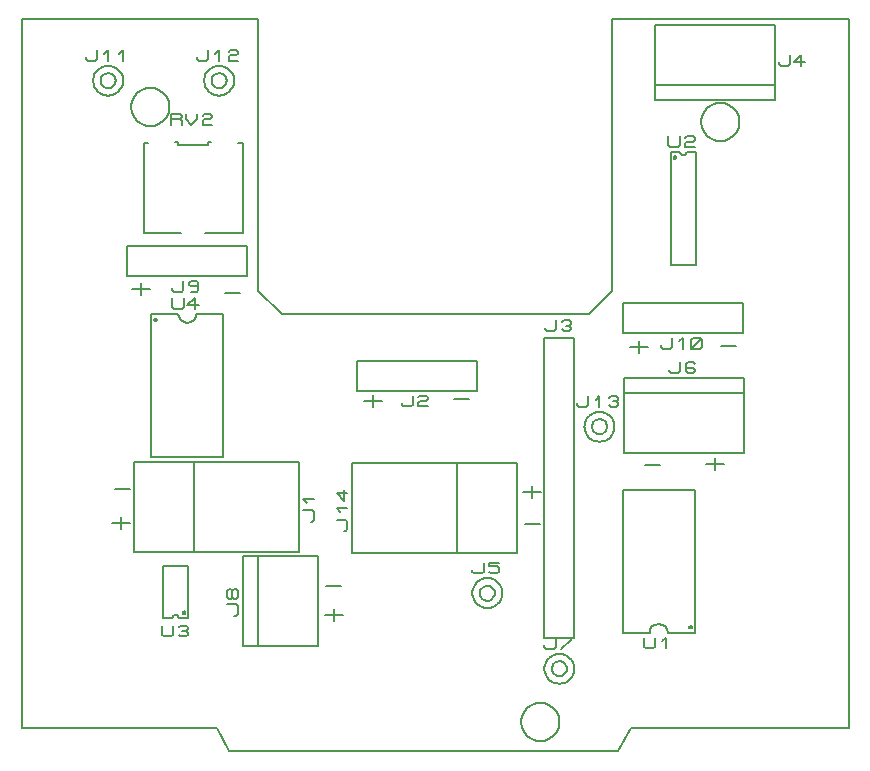
<source format=gbr>
G04 PROTEUS GERBER X2 FILE*
%TF.GenerationSoftware,Labcenter,Proteus,8.12-SP2-Build31155*%
%TF.CreationDate,2024-12-01T22:34:02+00:00*%
%TF.FileFunction,Legend,Top*%
%TF.FilePolarity,Positive*%
%TF.Part,Single*%
%TF.SameCoordinates,{8af06a29-b4e8-4d9f-b474-ceea615e185d}*%
%FSLAX45Y45*%
%MOMM*%
G01*
%TA.AperFunction,Profile*%
%ADD71C,0.203200*%
%TA.AperFunction,Material*%
%ADD23C,0.203200*%
%TD.AperFunction*%
D71*
X+0Y+0D02*
X+1650000Y+0D01*
X+7000000Y+0D02*
X+7000000Y+6000000D01*
X+5000000Y+6000000D01*
X+5000000Y+3700000D01*
X+4800000Y+3500000D01*
X+2200000Y+3500000D01*
X+2000000Y+3700000D02*
X+2000000Y+6000000D01*
X+0Y+6000000D01*
X+0Y+0D01*
X+2000000Y+3700000D02*
X+2200000Y+3500000D01*
X+5160000Y+0D02*
X+7000000Y+0D01*
X+1750000Y-200000D02*
X+5050000Y-200000D01*
X+1650000Y+0D02*
X+1750000Y-200000D01*
X+5160000Y+0D02*
X+5050000Y-200000D01*
X+4550045Y+50000D02*
X+4549508Y+63142D01*
X+4545144Y+89427D01*
X+4536029Y+115712D01*
X+4521182Y+141997D01*
X+4498470Y+168118D01*
X+4472185Y+187898D01*
X+4445900Y+200658D01*
X+4419615Y+208108D01*
X+4393330Y+210987D01*
X+4389000Y+211045D01*
X+4227955Y+50000D02*
X+4228492Y+63142D01*
X+4232856Y+89427D01*
X+4241971Y+115712D01*
X+4256818Y+141997D01*
X+4279530Y+168118D01*
X+4305815Y+187898D01*
X+4332100Y+200658D01*
X+4358385Y+208108D01*
X+4384670Y+210987D01*
X+4389000Y+211045D01*
X+4227955Y+50000D02*
X+4228492Y+36858D01*
X+4232856Y+10573D01*
X+4241971Y-15712D01*
X+4256818Y-41997D01*
X+4279530Y-68118D01*
X+4305815Y-87898D01*
X+4332100Y-100658D01*
X+4358385Y-108108D01*
X+4384670Y-110987D01*
X+4389000Y-111045D01*
X+4550045Y+50000D02*
X+4549508Y+36858D01*
X+4545144Y+10573D01*
X+4536029Y-15712D01*
X+4521182Y-41997D01*
X+4498470Y-68118D01*
X+4472185Y-87898D01*
X+4445900Y-100658D01*
X+4419615Y-108108D01*
X+4393330Y-110987D01*
X+4389000Y-111045D01*
X+6074045Y+5130000D02*
X+6073508Y+5143142D01*
X+6069144Y+5169427D01*
X+6060029Y+5195712D01*
X+6045182Y+5221997D01*
X+6022470Y+5248118D01*
X+5996185Y+5267898D01*
X+5969900Y+5280658D01*
X+5943615Y+5288108D01*
X+5917330Y+5290987D01*
X+5913000Y+5291045D01*
X+5751955Y+5130000D02*
X+5752492Y+5143142D01*
X+5756856Y+5169427D01*
X+5765971Y+5195712D01*
X+5780818Y+5221997D01*
X+5803530Y+5248118D01*
X+5829815Y+5267898D01*
X+5856100Y+5280658D01*
X+5882385Y+5288108D01*
X+5908670Y+5290987D01*
X+5913000Y+5291045D01*
X+5751955Y+5130000D02*
X+5752492Y+5116858D01*
X+5756856Y+5090573D01*
X+5765971Y+5064288D01*
X+5780818Y+5038003D01*
X+5803530Y+5011882D01*
X+5829815Y+4992102D01*
X+5856100Y+4979342D01*
X+5882385Y+4971892D01*
X+5908670Y+4969013D01*
X+5913000Y+4968955D01*
X+6074045Y+5130000D02*
X+6073508Y+5116858D01*
X+6069144Y+5090573D01*
X+6060029Y+5064288D01*
X+6045182Y+5038003D01*
X+6022470Y+5011882D01*
X+5996185Y+4992102D01*
X+5969900Y+4979342D01*
X+5943615Y+4971892D01*
X+5917330Y+4969013D01*
X+5913000Y+4968955D01*
X+1248045Y+5257000D02*
X+1247508Y+5270142D01*
X+1243144Y+5296427D01*
X+1234029Y+5322712D01*
X+1219182Y+5348997D01*
X+1196470Y+5375118D01*
X+1170185Y+5394898D01*
X+1143900Y+5407658D01*
X+1117615Y+5415108D01*
X+1091330Y+5417987D01*
X+1087000Y+5418045D01*
X+925955Y+5257000D02*
X+926492Y+5270142D01*
X+930856Y+5296427D01*
X+939971Y+5322712D01*
X+954818Y+5348997D01*
X+977530Y+5375118D01*
X+1003815Y+5394898D01*
X+1030100Y+5407658D01*
X+1056385Y+5415108D01*
X+1082670Y+5417987D01*
X+1087000Y+5418045D01*
X+925955Y+5257000D02*
X+926492Y+5243858D01*
X+930856Y+5217573D01*
X+939971Y+5191288D01*
X+954818Y+5165003D01*
X+977530Y+5138882D01*
X+1003815Y+5119102D01*
X+1030100Y+5106342D01*
X+1056385Y+5098892D01*
X+1082670Y+5096013D01*
X+1087000Y+5095955D01*
X+1248045Y+5257000D02*
X+1247508Y+5243858D01*
X+1243144Y+5217573D01*
X+1234029Y+5191288D01*
X+1219182Y+5165003D01*
X+1196470Y+5138882D01*
X+1170185Y+5119102D01*
X+1143900Y+5106342D01*
X+1117615Y+5098892D01*
X+1091330Y+5096013D01*
X+1087000Y+5095955D01*
D23*
X+5696219Y+804061D02*
X+5467619Y+804061D01*
X+5461740Y+834050D01*
X+5445592Y+858235D01*
X+5421408Y+874382D01*
X+5391419Y+880261D01*
X+5315219Y+804061D02*
X+5321098Y+834050D01*
X+5337246Y+858235D01*
X+5361430Y+874382D01*
X+5391419Y+880261D01*
X+5315219Y+804061D02*
X+5086619Y+804061D01*
X+5620019Y+2013101D02*
X+5162819Y+2013101D01*
X+5696219Y+837081D02*
X+5696219Y+1980081D01*
X+5086619Y+837081D02*
X+5086619Y+1980081D01*
X+5696219Y+837081D02*
X+5696219Y+804061D01*
X+5086619Y+804061D02*
X+5086619Y+837081D01*
X+5162819Y+2013101D02*
X+5086619Y+2013101D01*
X+5086619Y+1980081D01*
X+5696219Y+1980081D02*
X+5696219Y+2013101D01*
X+5620019Y+2013101D01*
X+5670819Y+853337D02*
X+5670784Y+854182D01*
X+5670497Y+855873D01*
X+5669898Y+857564D01*
X+5668918Y+859255D01*
X+5667418Y+860923D01*
X+5665727Y+862143D01*
X+5664036Y+862919D01*
X+5662345Y+863356D01*
X+5660659Y+863497D01*
X+5650499Y+853337D02*
X+5650534Y+854182D01*
X+5650821Y+855873D01*
X+5651420Y+857564D01*
X+5652400Y+859255D01*
X+5653900Y+860923D01*
X+5655591Y+862143D01*
X+5657282Y+862919D01*
X+5658973Y+863356D01*
X+5660659Y+863497D01*
X+5650499Y+853337D02*
X+5650534Y+852492D01*
X+5650821Y+850801D01*
X+5651420Y+849110D01*
X+5652400Y+847419D01*
X+5653900Y+845751D01*
X+5655591Y+844531D01*
X+5657282Y+843755D01*
X+5658973Y+843318D01*
X+5660659Y+843177D01*
X+5670819Y+853337D02*
X+5670784Y+852492D01*
X+5670497Y+850801D01*
X+5669898Y+849110D01*
X+5668918Y+847419D01*
X+5667418Y+845751D01*
X+5665727Y+844531D01*
X+5664036Y+843755D01*
X+5662345Y+843318D01*
X+5660659Y+843177D01*
X+5264419Y+763421D02*
X+5264419Y+687221D01*
X+5280294Y+671981D01*
X+5343794Y+671981D01*
X+5359669Y+687221D01*
X+5359669Y+763421D01*
X+5423169Y+732941D02*
X+5454919Y+763421D01*
X+5454919Y+671981D01*
X+4423000Y+763000D02*
X+4677000Y+763000D01*
X+4677000Y+3303000D01*
X+4423000Y+3303000D01*
X+4423000Y+763000D01*
X+4429640Y+3387760D02*
X+4429640Y+3372520D01*
X+4445515Y+3357280D01*
X+4509015Y+3357280D01*
X+4524890Y+3372520D01*
X+4524890Y+3448720D01*
X+4572515Y+3433480D02*
X+4588390Y+3448720D01*
X+4636015Y+3448720D01*
X+4651890Y+3433480D01*
X+4651890Y+3418240D01*
X+4636015Y+3403000D01*
X+4651890Y+3387760D01*
X+4651890Y+3372520D01*
X+4636015Y+3357280D01*
X+4588390Y+3357280D01*
X+4572515Y+3372520D01*
X+4604265Y+3403000D02*
X+4636015Y+3403000D01*
X+946000Y+1492000D02*
X+2343000Y+1492000D01*
X+2343000Y+2254000D01*
X+946000Y+2254000D01*
X+946000Y+1492000D01*
X+1454000Y+2254000D02*
X+1454000Y+1492000D01*
X+2444600Y+1746000D02*
X+2459840Y+1746000D01*
X+2475080Y+1761875D01*
X+2475080Y+1825375D01*
X+2459840Y+1841250D01*
X+2383640Y+1841250D01*
X+2414120Y+1904750D02*
X+2383640Y+1936500D01*
X+2475080Y+1936500D01*
X+2797000Y+1476000D02*
X+4194000Y+1476000D01*
X+4194000Y+2238000D01*
X+2797000Y+2238000D01*
X+2797000Y+1476000D01*
X+3686000Y+1476000D02*
X+3686000Y+2238000D01*
X+2725880Y+1666500D02*
X+2741120Y+1666500D01*
X+2756360Y+1682375D01*
X+2756360Y+1745875D01*
X+2741120Y+1761750D01*
X+2664920Y+1761750D01*
X+2695400Y+1825250D02*
X+2664920Y+1857000D01*
X+2756360Y+1857000D01*
X+2725880Y+2015750D02*
X+2725880Y+1920500D01*
X+2664920Y+1984000D01*
X+2756360Y+1984000D01*
X+1407950Y+926480D02*
X+1326988Y+926480D01*
X+1324906Y+937101D01*
X+1319186Y+945667D01*
X+1310621Y+951386D01*
X+1300000Y+953468D01*
X+1273012Y+926480D02*
X+1275094Y+937101D01*
X+1280814Y+945667D01*
X+1289379Y+951386D01*
X+1300000Y+953468D01*
X+1273012Y+926480D02*
X+1192050Y+926480D01*
X+1331750Y+1373520D02*
X+1268250Y+1373520D01*
X+1407950Y+959500D02*
X+1407950Y+1340500D01*
X+1192050Y+959500D02*
X+1192050Y+1340500D01*
X+1407950Y+959500D02*
X+1407950Y+926480D01*
X+1192050Y+926480D02*
X+1192050Y+959500D01*
X+1268250Y+1373520D02*
X+1192050Y+1373520D01*
X+1192050Y+1340500D01*
X+1407950Y+1340500D02*
X+1407950Y+1373520D01*
X+1331750Y+1373520D01*
X+1382550Y+975756D02*
X+1382515Y+976601D01*
X+1382228Y+978292D01*
X+1381629Y+979983D01*
X+1380649Y+981674D01*
X+1379149Y+983342D01*
X+1377458Y+984562D01*
X+1375767Y+985338D01*
X+1374076Y+985775D01*
X+1372390Y+985916D01*
X+1362230Y+975756D02*
X+1362265Y+976601D01*
X+1362552Y+978292D01*
X+1363151Y+979983D01*
X+1364131Y+981674D01*
X+1365631Y+983342D01*
X+1367322Y+984562D01*
X+1369013Y+985338D01*
X+1370704Y+985775D01*
X+1372390Y+985916D01*
X+1362230Y+975756D02*
X+1362265Y+974911D01*
X+1362552Y+973220D01*
X+1363151Y+971529D01*
X+1364131Y+969838D01*
X+1365631Y+968170D01*
X+1367322Y+966950D01*
X+1369013Y+966174D01*
X+1370704Y+965737D01*
X+1372390Y+965596D01*
X+1382550Y+975756D02*
X+1382515Y+974911D01*
X+1382228Y+973220D01*
X+1381629Y+971529D01*
X+1380649Y+969838D01*
X+1379149Y+968170D01*
X+1377458Y+966950D01*
X+1375767Y+966174D01*
X+1374076Y+965737D01*
X+1372390Y+965596D01*
X+1183000Y+865840D02*
X+1183000Y+789640D01*
X+1198875Y+774400D01*
X+1262375Y+774400D01*
X+1278250Y+789640D01*
X+1278250Y+865840D01*
X+1325875Y+850600D02*
X+1341750Y+865840D01*
X+1389375Y+865840D01*
X+1405250Y+850600D01*
X+1405250Y+835360D01*
X+1389375Y+820120D01*
X+1405250Y+804880D01*
X+1405250Y+789640D01*
X+1389375Y+774400D01*
X+1341750Y+774400D01*
X+1325875Y+789640D01*
X+1357625Y+820120D02*
X+1389375Y+820120D01*
X+1869000Y+696000D02*
X+2504000Y+696000D01*
X+2504000Y+1458000D01*
X+1869000Y+1458000D01*
X+1869000Y+696000D01*
X+1996000Y+696000D02*
X+1996000Y+1458000D01*
X+1797880Y+950000D02*
X+1813120Y+950000D01*
X+1828360Y+965875D01*
X+1828360Y+1029375D01*
X+1813120Y+1045250D01*
X+1736920Y+1045250D01*
X+1782640Y+1108750D02*
X+1767400Y+1092875D01*
X+1752160Y+1092875D01*
X+1736920Y+1108750D01*
X+1736920Y+1156375D01*
X+1752160Y+1172250D01*
X+1767400Y+1172250D01*
X+1782640Y+1156375D01*
X+1782640Y+1108750D01*
X+1797880Y+1092875D01*
X+1813120Y+1092875D01*
X+1828360Y+1108750D01*
X+1828360Y+1156375D01*
X+1813120Y+1172250D01*
X+1797880Y+1172250D01*
X+1782640Y+1156375D01*
X+1831000Y+4951000D02*
X+1869100Y+4951000D01*
X+1869100Y+4189000D01*
X+1551600Y+4189000D01*
X+1348400Y+4189000D02*
X+1030900Y+4189000D01*
X+1030900Y+4951000D01*
X+1069000Y+4951000D01*
X+1602400Y+4963700D02*
X+1577000Y+4963700D01*
X+1577000Y+4938300D01*
X+1323000Y+4938300D01*
X+1323000Y+4963700D01*
X+1297600Y+4963700D01*
X+1259500Y+5106920D02*
X+1259500Y+5198360D01*
X+1338875Y+5198360D01*
X+1354750Y+5183120D01*
X+1354750Y+5167880D01*
X+1338875Y+5152640D01*
X+1259500Y+5152640D01*
X+1338875Y+5152640D02*
X+1354750Y+5137400D01*
X+1354750Y+5106920D01*
X+1386500Y+5198360D02*
X+1386500Y+5152640D01*
X+1434125Y+5106920D01*
X+1481750Y+5152640D01*
X+1481750Y+5198360D01*
X+1529375Y+5183120D02*
X+1545250Y+5198360D01*
X+1592875Y+5198360D01*
X+1608750Y+5183120D01*
X+1608750Y+5167880D01*
X+1592875Y+5152640D01*
X+1545250Y+5152640D01*
X+1529375Y+5137400D01*
X+1529375Y+5106920D01*
X+1608750Y+5106920D01*
X+1095200Y+3504520D02*
X+1323800Y+3504520D01*
X+1329679Y+3474531D01*
X+1345827Y+3450346D01*
X+1370011Y+3434199D01*
X+1400000Y+3428320D01*
X+1476200Y+3504520D02*
X+1470321Y+3474531D01*
X+1454173Y+3450346D01*
X+1429989Y+3434199D01*
X+1400000Y+3428320D01*
X+1476200Y+3504520D02*
X+1704800Y+3504520D01*
X+1171400Y+2295480D02*
X+1628600Y+2295480D01*
X+1095200Y+3471500D02*
X+1095200Y+2328500D01*
X+1704800Y+3471500D02*
X+1704800Y+2328500D01*
X+1095200Y+3471500D02*
X+1095200Y+3504520D01*
X+1704800Y+3504520D02*
X+1704800Y+3471500D01*
X+1628600Y+2295480D02*
X+1704800Y+2295480D01*
X+1704800Y+2328500D01*
X+1095200Y+2328500D02*
X+1095200Y+2295480D01*
X+1171400Y+2295480D01*
X+1140920Y+3455244D02*
X+1140885Y+3456089D01*
X+1140598Y+3457780D01*
X+1139999Y+3459471D01*
X+1139019Y+3461162D01*
X+1137519Y+3462830D01*
X+1135828Y+3464050D01*
X+1134137Y+3464826D01*
X+1132446Y+3465263D01*
X+1130760Y+3465404D01*
X+1120600Y+3455244D02*
X+1120635Y+3456089D01*
X+1120922Y+3457780D01*
X+1121521Y+3459471D01*
X+1122501Y+3461162D01*
X+1124001Y+3462830D01*
X+1125692Y+3464050D01*
X+1127383Y+3464826D01*
X+1129074Y+3465263D01*
X+1130760Y+3465404D01*
X+1120600Y+3455244D02*
X+1120635Y+3454399D01*
X+1120922Y+3452708D01*
X+1121521Y+3451017D01*
X+1122501Y+3449326D01*
X+1124001Y+3447658D01*
X+1125692Y+3446438D01*
X+1127383Y+3445662D01*
X+1129074Y+3445225D01*
X+1130760Y+3445084D01*
X+1140920Y+3455244D02*
X+1140885Y+3454399D01*
X+1140598Y+3452708D01*
X+1139999Y+3451017D01*
X+1139019Y+3449326D01*
X+1137519Y+3447658D01*
X+1135828Y+3446438D01*
X+1134137Y+3445662D01*
X+1132446Y+3445225D01*
X+1130760Y+3445084D01*
X+1273000Y+3636600D02*
X+1273000Y+3560400D01*
X+1288875Y+3545160D01*
X+1352375Y+3545160D01*
X+1368250Y+3560400D01*
X+1368250Y+3636600D01*
X+1495250Y+3575640D02*
X+1400000Y+3575640D01*
X+1463500Y+3636600D01*
X+1463500Y+3545160D01*
X+5492050Y+4877520D02*
X+5573012Y+4877520D01*
X+5575094Y+4866899D01*
X+5580814Y+4858333D01*
X+5589379Y+4852614D01*
X+5600000Y+4850532D01*
X+5626988Y+4877520D02*
X+5624906Y+4866899D01*
X+5619186Y+4858333D01*
X+5610621Y+4852614D01*
X+5600000Y+4850532D01*
X+5626988Y+4877520D02*
X+5707950Y+4877520D01*
X+5568250Y+3922480D02*
X+5631750Y+3922480D01*
X+5492050Y+4844500D02*
X+5492050Y+3955500D01*
X+5707950Y+4844500D02*
X+5707950Y+3955500D01*
X+5492050Y+4844500D02*
X+5492050Y+4877520D01*
X+5707950Y+4877520D02*
X+5707950Y+4844500D01*
X+5631750Y+3922480D02*
X+5707950Y+3922480D01*
X+5707950Y+3955500D01*
X+5492050Y+3955500D02*
X+5492050Y+3922480D01*
X+5568250Y+3922480D01*
X+5537770Y+4828244D02*
X+5537735Y+4829089D01*
X+5537448Y+4830780D01*
X+5536849Y+4832471D01*
X+5535869Y+4834162D01*
X+5534369Y+4835830D01*
X+5532678Y+4837050D01*
X+5530987Y+4837826D01*
X+5529296Y+4838263D01*
X+5527610Y+4838404D01*
X+5517450Y+4828244D02*
X+5517485Y+4829089D01*
X+5517772Y+4830780D01*
X+5518371Y+4832471D01*
X+5519351Y+4834162D01*
X+5520851Y+4835830D01*
X+5522542Y+4837050D01*
X+5524233Y+4837826D01*
X+5525924Y+4838263D01*
X+5527610Y+4838404D01*
X+5517450Y+4828244D02*
X+5517485Y+4827399D01*
X+5517772Y+4825708D01*
X+5518371Y+4824017D01*
X+5519351Y+4822326D01*
X+5520851Y+4820658D01*
X+5522542Y+4819438D01*
X+5524233Y+4818662D01*
X+5525924Y+4818225D01*
X+5527610Y+4818084D01*
X+5537770Y+4828244D02*
X+5537735Y+4827399D01*
X+5537448Y+4825708D01*
X+5536849Y+4824017D01*
X+5535869Y+4822326D01*
X+5534369Y+4820658D01*
X+5532678Y+4819438D01*
X+5530987Y+4818662D01*
X+5529296Y+4818225D01*
X+5527610Y+4818084D01*
X+5473000Y+5009600D02*
X+5473000Y+4933400D01*
X+5488875Y+4918160D01*
X+5552375Y+4918160D01*
X+5568250Y+4933400D01*
X+5568250Y+5009600D01*
X+5615875Y+4994360D02*
X+5631750Y+5009600D01*
X+5679375Y+5009600D01*
X+5695250Y+4994360D01*
X+5695250Y+4979120D01*
X+5679375Y+4963880D01*
X+5631750Y+4963880D01*
X+5615875Y+4948640D01*
X+5615875Y+4918160D01*
X+5695250Y+4918160D01*
X+2833000Y+2853000D02*
X+3849000Y+2853000D01*
X+3849000Y+3107000D01*
X+2833000Y+3107000D01*
X+2833000Y+2853000D01*
X+3214000Y+2751400D02*
X+3214000Y+2736160D01*
X+3229875Y+2720920D01*
X+3293375Y+2720920D01*
X+3309250Y+2736160D01*
X+3309250Y+2812360D01*
X+3356875Y+2797120D02*
X+3372750Y+2812360D01*
X+3420375Y+2812360D01*
X+3436250Y+2797120D01*
X+3436250Y+2781880D01*
X+3420375Y+2766640D01*
X+3372750Y+2766640D01*
X+3356875Y+2751400D01*
X+3356875Y+2720920D01*
X+3436250Y+2720920D01*
X+891000Y+3823000D02*
X+1907000Y+3823000D01*
X+1907000Y+4077000D01*
X+891000Y+4077000D01*
X+891000Y+3823000D01*
X+1272000Y+3721400D02*
X+1272000Y+3706160D01*
X+1287875Y+3690920D01*
X+1351375Y+3690920D01*
X+1367250Y+3706160D01*
X+1367250Y+3782360D01*
X+1494250Y+3751880D02*
X+1478375Y+3736640D01*
X+1430750Y+3736640D01*
X+1414875Y+3751880D01*
X+1414875Y+3767120D01*
X+1430750Y+3782360D01*
X+1478375Y+3782360D01*
X+1494250Y+3767120D01*
X+1494250Y+3706160D01*
X+1478375Y+3690920D01*
X+1430750Y+3690920D01*
X+5091000Y+3343000D02*
X+6107000Y+3343000D01*
X+6107000Y+3597000D01*
X+5091000Y+3597000D01*
X+5091000Y+3343000D01*
X+5408500Y+3241400D02*
X+5408500Y+3226160D01*
X+5424375Y+3210920D01*
X+5487875Y+3210920D01*
X+5503750Y+3226160D01*
X+5503750Y+3302360D01*
X+5567250Y+3271880D02*
X+5599000Y+3302360D01*
X+5599000Y+3210920D01*
X+5662500Y+3226160D02*
X+5662500Y+3287120D01*
X+5678375Y+3302360D01*
X+5741875Y+3302360D01*
X+5757750Y+3287120D01*
X+5757750Y+3226160D01*
X+5741875Y+3210920D01*
X+5678375Y+3210920D01*
X+5662500Y+3226160D01*
X+5662500Y+3210920D02*
X+5757750Y+3302360D01*
X+5358000Y+5319000D02*
X+6374000Y+5319000D01*
X+6374000Y+5954000D01*
X+5358000Y+5954000D01*
X+5358000Y+5319000D01*
X+6374000Y+5446000D02*
X+5358000Y+5446000D01*
X+6409000Y+5637400D02*
X+6409000Y+5622160D01*
X+6424875Y+5606920D01*
X+6488375Y+5606920D01*
X+6504250Y+5622160D01*
X+6504250Y+5698360D01*
X+6631250Y+5637400D02*
X+6536000Y+5637400D01*
X+6599500Y+5698360D01*
X+6599500Y+5606920D01*
X+5096000Y+2326000D02*
X+6112000Y+2326000D01*
X+6112000Y+2961000D01*
X+5096000Y+2961000D01*
X+5096000Y+2326000D01*
X+5096000Y+2834000D02*
X+6112000Y+2834000D01*
X+5477000Y+3032120D02*
X+5477000Y+3016880D01*
X+5492875Y+3001640D01*
X+5556375Y+3001640D01*
X+5572250Y+3016880D01*
X+5572250Y+3093080D01*
X+5699250Y+3077840D02*
X+5683375Y+3093080D01*
X+5635750Y+3093080D01*
X+5619875Y+3077840D01*
X+5619875Y+3016880D01*
X+5635750Y+3001640D01*
X+5683375Y+3001640D01*
X+5699250Y+3016880D01*
X+5699250Y+3032120D01*
X+5683375Y+3047360D01*
X+5619875Y+3047360D01*
X+4067000Y+1140000D02*
X+4066573Y+1150409D01*
X+4063101Y+1171228D01*
X+4055845Y+1192047D01*
X+4044017Y+1212866D01*
X+4025920Y+1233524D01*
X+4005101Y+1249045D01*
X+3984282Y+1259030D01*
X+3963463Y+1264814D01*
X+3942644Y+1266972D01*
X+3940000Y+1267000D01*
X+3813000Y+1140000D02*
X+3813427Y+1150409D01*
X+3816899Y+1171228D01*
X+3824155Y+1192047D01*
X+3835983Y+1212866D01*
X+3854080Y+1233524D01*
X+3874899Y+1249045D01*
X+3895718Y+1259030D01*
X+3916537Y+1264814D01*
X+3937356Y+1266972D01*
X+3940000Y+1267000D01*
X+3813000Y+1140000D02*
X+3813427Y+1129591D01*
X+3816899Y+1108772D01*
X+3824155Y+1087953D01*
X+3835983Y+1067134D01*
X+3854080Y+1046476D01*
X+3874899Y+1030955D01*
X+3895718Y+1020970D01*
X+3916537Y+1015186D01*
X+3937356Y+1013028D01*
X+3940000Y+1013000D01*
X+4067000Y+1140000D02*
X+4066573Y+1129591D01*
X+4063101Y+1108772D01*
X+4055845Y+1087953D01*
X+4044017Y+1067134D01*
X+4025920Y+1046476D01*
X+4005101Y+1030955D01*
X+3984282Y+1020970D01*
X+3963463Y+1015186D01*
X+3942644Y+1013028D01*
X+3940000Y+1013000D01*
X+4003500Y+1140000D02*
X+4003283Y+1145247D01*
X+4001518Y+1155742D01*
X+3997826Y+1166237D01*
X+3991798Y+1176732D01*
X+3982576Y+1187112D01*
X+3972081Y+1194800D01*
X+3961586Y+1199718D01*
X+3951091Y+1202524D01*
X+3940596Y+1203497D01*
X+3940000Y+1203500D01*
X+3876500Y+1140000D02*
X+3876717Y+1145247D01*
X+3878482Y+1155742D01*
X+3882174Y+1166237D01*
X+3888202Y+1176732D01*
X+3897424Y+1187112D01*
X+3907919Y+1194800D01*
X+3918414Y+1199718D01*
X+3928909Y+1202524D01*
X+3939404Y+1203497D01*
X+3940000Y+1203500D01*
X+3876500Y+1140000D02*
X+3876717Y+1134753D01*
X+3878482Y+1124258D01*
X+3882174Y+1113763D01*
X+3888202Y+1103268D01*
X+3897424Y+1092888D01*
X+3907919Y+1085200D01*
X+3918414Y+1080282D01*
X+3928909Y+1077476D01*
X+3939404Y+1076503D01*
X+3940000Y+1076500D01*
X+4003500Y+1140000D02*
X+4003283Y+1134753D01*
X+4001518Y+1124258D01*
X+3997826Y+1113763D01*
X+3991798Y+1103268D01*
X+3982576Y+1092888D01*
X+3972081Y+1085200D01*
X+3961586Y+1080282D01*
X+3951091Y+1077476D01*
X+3940596Y+1076503D01*
X+3940000Y+1076500D01*
X+3813000Y+1338120D02*
X+3813000Y+1322880D01*
X+3828875Y+1307640D01*
X+3892375Y+1307640D01*
X+3908250Y+1322880D01*
X+3908250Y+1399080D01*
X+4035250Y+1399080D02*
X+3955875Y+1399080D01*
X+3955875Y+1368600D01*
X+4019375Y+1368600D01*
X+4035250Y+1353360D01*
X+4035250Y+1322880D01*
X+4019375Y+1307640D01*
X+3971750Y+1307640D01*
X+3955875Y+1322880D01*
X+4677000Y+500000D02*
X+4676573Y+510409D01*
X+4673101Y+531228D01*
X+4665845Y+552047D01*
X+4654017Y+572866D01*
X+4635920Y+593524D01*
X+4615101Y+609045D01*
X+4594282Y+619030D01*
X+4573463Y+624814D01*
X+4552644Y+626972D01*
X+4550000Y+627000D01*
X+4423000Y+500000D02*
X+4423427Y+510409D01*
X+4426899Y+531228D01*
X+4434155Y+552047D01*
X+4445983Y+572866D01*
X+4464080Y+593524D01*
X+4484899Y+609045D01*
X+4505718Y+619030D01*
X+4526537Y+624814D01*
X+4547356Y+626972D01*
X+4550000Y+627000D01*
X+4423000Y+500000D02*
X+4423427Y+489591D01*
X+4426899Y+468772D01*
X+4434155Y+447953D01*
X+4445983Y+427134D01*
X+4464080Y+406476D01*
X+4484899Y+390955D01*
X+4505718Y+380970D01*
X+4526537Y+375186D01*
X+4547356Y+373028D01*
X+4550000Y+373000D01*
X+4677000Y+500000D02*
X+4676573Y+489591D01*
X+4673101Y+468772D01*
X+4665845Y+447953D01*
X+4654017Y+427134D01*
X+4635920Y+406476D01*
X+4615101Y+390955D01*
X+4594282Y+380970D01*
X+4573463Y+375186D01*
X+4552644Y+373028D01*
X+4550000Y+373000D01*
X+4613500Y+500000D02*
X+4613283Y+505247D01*
X+4611518Y+515742D01*
X+4607826Y+526237D01*
X+4601798Y+536732D01*
X+4592576Y+547112D01*
X+4582081Y+554800D01*
X+4571586Y+559718D01*
X+4561091Y+562524D01*
X+4550596Y+563497D01*
X+4550000Y+563500D01*
X+4486500Y+500000D02*
X+4486717Y+505247D01*
X+4488482Y+515742D01*
X+4492174Y+526237D01*
X+4498202Y+536732D01*
X+4507424Y+547112D01*
X+4517919Y+554800D01*
X+4528414Y+559718D01*
X+4538909Y+562524D01*
X+4549404Y+563497D01*
X+4550000Y+563500D01*
X+4486500Y+500000D02*
X+4486717Y+494753D01*
X+4488482Y+484258D01*
X+4492174Y+473763D01*
X+4498202Y+463268D01*
X+4507424Y+452888D01*
X+4517919Y+445200D01*
X+4528414Y+440282D01*
X+4538909Y+437476D01*
X+4549404Y+436503D01*
X+4550000Y+436500D01*
X+4613500Y+500000D02*
X+4613283Y+494753D01*
X+4611518Y+484258D01*
X+4607826Y+473763D01*
X+4601798Y+463268D01*
X+4592576Y+452888D01*
X+4582081Y+445200D01*
X+4571586Y+440282D01*
X+4561091Y+437476D01*
X+4550596Y+436503D01*
X+4550000Y+436500D01*
X+4423000Y+698120D02*
X+4423000Y+682880D01*
X+4438875Y+667640D01*
X+4502375Y+667640D01*
X+4518250Y+682880D01*
X+4518250Y+759080D01*
X+4565875Y+759080D02*
X+4645250Y+759080D01*
X+4645250Y+743840D01*
X+4565875Y+667640D01*
X+857000Y+5480000D02*
X+856573Y+5490409D01*
X+853101Y+5511228D01*
X+845845Y+5532047D01*
X+834017Y+5552866D01*
X+815920Y+5573524D01*
X+795101Y+5589045D01*
X+774282Y+5599030D01*
X+753463Y+5604814D01*
X+732644Y+5606972D01*
X+730000Y+5607000D01*
X+603000Y+5480000D02*
X+603427Y+5490409D01*
X+606899Y+5511228D01*
X+614155Y+5532047D01*
X+625983Y+5552866D01*
X+644080Y+5573524D01*
X+664899Y+5589045D01*
X+685718Y+5599030D01*
X+706537Y+5604814D01*
X+727356Y+5606972D01*
X+730000Y+5607000D01*
X+603000Y+5480000D02*
X+603427Y+5469591D01*
X+606899Y+5448772D01*
X+614155Y+5427953D01*
X+625983Y+5407134D01*
X+644080Y+5386476D01*
X+664899Y+5370955D01*
X+685718Y+5360970D01*
X+706537Y+5355186D01*
X+727356Y+5353028D01*
X+730000Y+5353000D01*
X+857000Y+5480000D02*
X+856573Y+5469591D01*
X+853101Y+5448772D01*
X+845845Y+5427953D01*
X+834017Y+5407134D01*
X+815920Y+5386476D01*
X+795101Y+5370955D01*
X+774282Y+5360970D01*
X+753463Y+5355186D01*
X+732644Y+5353028D01*
X+730000Y+5353000D01*
X+793500Y+5480000D02*
X+793283Y+5485247D01*
X+791518Y+5495742D01*
X+787826Y+5506237D01*
X+781798Y+5516732D01*
X+772576Y+5527112D01*
X+762081Y+5534800D01*
X+751586Y+5539718D01*
X+741091Y+5542524D01*
X+730596Y+5543497D01*
X+730000Y+5543500D01*
X+666500Y+5480000D02*
X+666717Y+5485247D01*
X+668482Y+5495742D01*
X+672174Y+5506237D01*
X+678202Y+5516732D01*
X+687424Y+5527112D01*
X+697919Y+5534800D01*
X+708414Y+5539718D01*
X+718909Y+5542524D01*
X+729404Y+5543497D01*
X+730000Y+5543500D01*
X+666500Y+5480000D02*
X+666717Y+5474753D01*
X+668482Y+5464258D01*
X+672174Y+5453763D01*
X+678202Y+5443268D01*
X+687424Y+5432888D01*
X+697919Y+5425200D01*
X+708414Y+5420282D01*
X+718909Y+5417476D01*
X+729404Y+5416503D01*
X+730000Y+5416500D01*
X+793500Y+5480000D02*
X+793283Y+5474753D01*
X+791518Y+5464258D01*
X+787826Y+5453763D01*
X+781798Y+5443268D01*
X+772576Y+5432888D01*
X+762081Y+5425200D01*
X+751586Y+5420282D01*
X+741091Y+5417476D01*
X+730596Y+5416503D01*
X+730000Y+5416500D01*
X+539500Y+5678120D02*
X+539500Y+5662880D01*
X+555375Y+5647640D01*
X+618875Y+5647640D01*
X+634750Y+5662880D01*
X+634750Y+5739080D01*
X+698250Y+5708600D02*
X+730000Y+5739080D01*
X+730000Y+5647640D01*
X+825250Y+5708600D02*
X+857000Y+5739080D01*
X+857000Y+5647640D01*
X+1797000Y+5480000D02*
X+1796573Y+5490409D01*
X+1793101Y+5511228D01*
X+1785845Y+5532047D01*
X+1774017Y+5552866D01*
X+1755920Y+5573524D01*
X+1735101Y+5589045D01*
X+1714282Y+5599030D01*
X+1693463Y+5604814D01*
X+1672644Y+5606972D01*
X+1670000Y+5607000D01*
X+1543000Y+5480000D02*
X+1543427Y+5490409D01*
X+1546899Y+5511228D01*
X+1554155Y+5532047D01*
X+1565983Y+5552866D01*
X+1584080Y+5573524D01*
X+1604899Y+5589045D01*
X+1625718Y+5599030D01*
X+1646537Y+5604814D01*
X+1667356Y+5606972D01*
X+1670000Y+5607000D01*
X+1543000Y+5480000D02*
X+1543427Y+5469591D01*
X+1546899Y+5448772D01*
X+1554155Y+5427953D01*
X+1565983Y+5407134D01*
X+1584080Y+5386476D01*
X+1604899Y+5370955D01*
X+1625718Y+5360970D01*
X+1646537Y+5355186D01*
X+1667356Y+5353028D01*
X+1670000Y+5353000D01*
X+1797000Y+5480000D02*
X+1796573Y+5469591D01*
X+1793101Y+5448772D01*
X+1785845Y+5427953D01*
X+1774017Y+5407134D01*
X+1755920Y+5386476D01*
X+1735101Y+5370955D01*
X+1714282Y+5360970D01*
X+1693463Y+5355186D01*
X+1672644Y+5353028D01*
X+1670000Y+5353000D01*
X+1733500Y+5480000D02*
X+1733283Y+5485247D01*
X+1731518Y+5495742D01*
X+1727826Y+5506237D01*
X+1721798Y+5516732D01*
X+1712576Y+5527112D01*
X+1702081Y+5534800D01*
X+1691586Y+5539718D01*
X+1681091Y+5542524D01*
X+1670596Y+5543497D01*
X+1670000Y+5543500D01*
X+1606500Y+5480000D02*
X+1606717Y+5485247D01*
X+1608482Y+5495742D01*
X+1612174Y+5506237D01*
X+1618202Y+5516732D01*
X+1627424Y+5527112D01*
X+1637919Y+5534800D01*
X+1648414Y+5539718D01*
X+1658909Y+5542524D01*
X+1669404Y+5543497D01*
X+1670000Y+5543500D01*
X+1606500Y+5480000D02*
X+1606717Y+5474753D01*
X+1608482Y+5464258D01*
X+1612174Y+5453763D01*
X+1618202Y+5443268D01*
X+1627424Y+5432888D01*
X+1637919Y+5425200D01*
X+1648414Y+5420282D01*
X+1658909Y+5417476D01*
X+1669404Y+5416503D01*
X+1670000Y+5416500D01*
X+1733500Y+5480000D02*
X+1733283Y+5474753D01*
X+1731518Y+5464258D01*
X+1727826Y+5453763D01*
X+1721798Y+5443268D01*
X+1712576Y+5432888D01*
X+1702081Y+5425200D01*
X+1691586Y+5420282D01*
X+1681091Y+5417476D01*
X+1670596Y+5416503D01*
X+1670000Y+5416500D01*
X+1479500Y+5678120D02*
X+1479500Y+5662880D01*
X+1495375Y+5647640D01*
X+1558875Y+5647640D01*
X+1574750Y+5662880D01*
X+1574750Y+5739080D01*
X+1638250Y+5708600D02*
X+1670000Y+5739080D01*
X+1670000Y+5647640D01*
X+1749375Y+5723840D02*
X+1765250Y+5739080D01*
X+1812875Y+5739080D01*
X+1828750Y+5723840D01*
X+1828750Y+5708600D01*
X+1812875Y+5693360D01*
X+1765250Y+5693360D01*
X+1749375Y+5678120D01*
X+1749375Y+5647640D01*
X+1828750Y+5647640D01*
X+5017000Y+2550000D02*
X+5016573Y+2560409D01*
X+5013101Y+2581228D01*
X+5005845Y+2602047D01*
X+4994017Y+2622866D01*
X+4975920Y+2643524D01*
X+4955101Y+2659045D01*
X+4934282Y+2669030D01*
X+4913463Y+2674814D01*
X+4892644Y+2676972D01*
X+4890000Y+2677000D01*
X+4763000Y+2550000D02*
X+4763427Y+2560409D01*
X+4766899Y+2581228D01*
X+4774155Y+2602047D01*
X+4785983Y+2622866D01*
X+4804080Y+2643524D01*
X+4824899Y+2659045D01*
X+4845718Y+2669030D01*
X+4866537Y+2674814D01*
X+4887356Y+2676972D01*
X+4890000Y+2677000D01*
X+4763000Y+2550000D02*
X+4763427Y+2539591D01*
X+4766899Y+2518772D01*
X+4774155Y+2497953D01*
X+4785983Y+2477134D01*
X+4804080Y+2456476D01*
X+4824899Y+2440955D01*
X+4845718Y+2430970D01*
X+4866537Y+2425186D01*
X+4887356Y+2423028D01*
X+4890000Y+2423000D01*
X+5017000Y+2550000D02*
X+5016573Y+2539591D01*
X+5013101Y+2518772D01*
X+5005845Y+2497953D01*
X+4994017Y+2477134D01*
X+4975920Y+2456476D01*
X+4955101Y+2440955D01*
X+4934282Y+2430970D01*
X+4913463Y+2425186D01*
X+4892644Y+2423028D01*
X+4890000Y+2423000D01*
X+4953500Y+2550000D02*
X+4953283Y+2555247D01*
X+4951518Y+2565742D01*
X+4947826Y+2576237D01*
X+4941798Y+2586732D01*
X+4932576Y+2597112D01*
X+4922081Y+2604800D01*
X+4911586Y+2609718D01*
X+4901091Y+2612524D01*
X+4890596Y+2613497D01*
X+4890000Y+2613500D01*
X+4826500Y+2550000D02*
X+4826717Y+2555247D01*
X+4828482Y+2565742D01*
X+4832174Y+2576237D01*
X+4838202Y+2586732D01*
X+4847424Y+2597112D01*
X+4857919Y+2604800D01*
X+4868414Y+2609718D01*
X+4878909Y+2612524D01*
X+4889404Y+2613497D01*
X+4890000Y+2613500D01*
X+4826500Y+2550000D02*
X+4826717Y+2544753D01*
X+4828482Y+2534258D01*
X+4832174Y+2523763D01*
X+4838202Y+2513268D01*
X+4847424Y+2502888D01*
X+4857919Y+2495200D01*
X+4868414Y+2490282D01*
X+4878909Y+2487476D01*
X+4889404Y+2486503D01*
X+4890000Y+2486500D01*
X+4953500Y+2550000D02*
X+4953283Y+2544753D01*
X+4951518Y+2534258D01*
X+4947826Y+2523763D01*
X+4941798Y+2513268D01*
X+4932576Y+2502888D01*
X+4922081Y+2495200D01*
X+4911586Y+2490282D01*
X+4901091Y+2487476D01*
X+4890596Y+2486503D01*
X+4890000Y+2486500D01*
X+4699500Y+2748120D02*
X+4699500Y+2732880D01*
X+4715375Y+2717640D01*
X+4778875Y+2717640D01*
X+4794750Y+2732880D01*
X+4794750Y+2809080D01*
X+4858250Y+2778600D02*
X+4890000Y+2809080D01*
X+4890000Y+2717640D01*
X+4969375Y+2793840D02*
X+4985250Y+2809080D01*
X+5032875Y+2809080D01*
X+5048750Y+2793840D01*
X+5048750Y+2778600D01*
X+5032875Y+2763360D01*
X+5048750Y+2748120D01*
X+5048750Y+2732880D01*
X+5032875Y+2717640D01*
X+4985250Y+2717640D01*
X+4969375Y+2732880D01*
X+5001125Y+2763360D02*
X+5032875Y+2763360D01*
X+4240000Y+1993000D02*
X+4392400Y+1993000D01*
X+4316200Y+2043800D02*
X+4316200Y+1942200D01*
X+4255400Y+1723000D02*
X+4382400Y+1723000D01*
X+2570000Y+953000D02*
X+2722400Y+953000D01*
X+2646200Y+1003800D02*
X+2646200Y+902200D01*
X+2575400Y+1203000D02*
X+2702400Y+1203000D01*
X+2892000Y+2771000D02*
X+3044400Y+2771000D01*
X+2968200Y+2821800D02*
X+2968200Y+2720200D01*
X+3655400Y+2783000D02*
X+3782400Y+2783000D01*
X+1715400Y+3683000D02*
X+1842400Y+3683000D01*
X+932000Y+3711000D02*
X+1084400Y+3711000D01*
X+1008200Y+3761800D02*
X+1008200Y+3660200D01*
X+5792000Y+2231000D02*
X+5944400Y+2231000D01*
X+5868200Y+2281800D02*
X+5868200Y+2180200D01*
X+5275400Y+2223000D02*
X+5402400Y+2223000D01*
X+5915400Y+3233000D02*
X+6042400Y+3233000D01*
X+5150000Y+3223000D02*
X+5302400Y+3223000D01*
X+5226200Y+3273800D02*
X+5226200Y+3172200D01*
X+760000Y+1733000D02*
X+912400Y+1733000D01*
X+836200Y+1783800D02*
X+836200Y+1682200D01*
X+785400Y+2022051D02*
X+912400Y+2022051D01*
M02*

</source>
